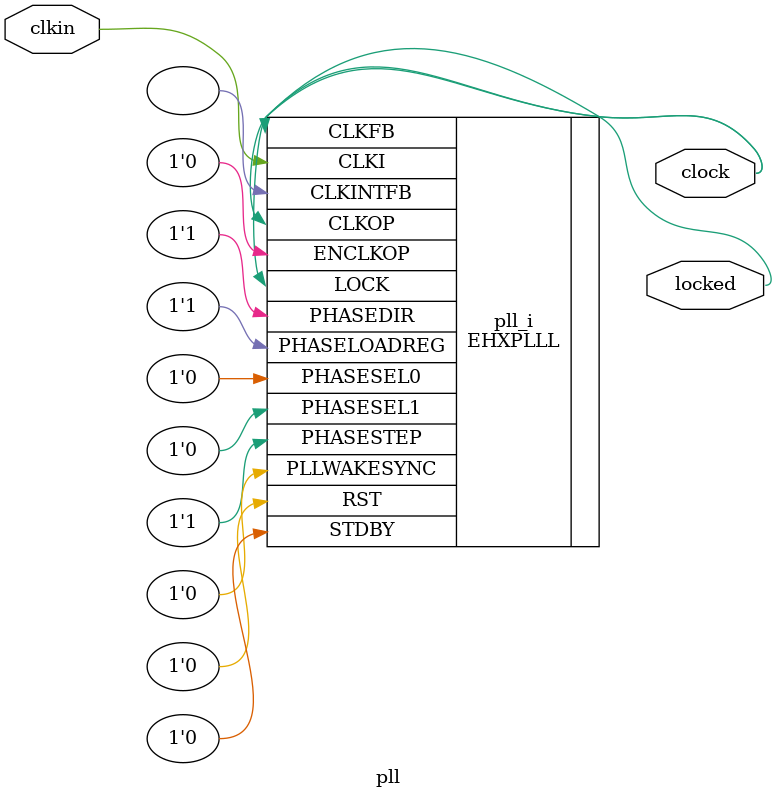
<source format=v>
module pll
(
    input clkin, // 25 MHz, 0 deg
    output clock, // 125 MHz, 0 deg
    output locked
);
(* FREQUENCY_PIN_CLKI="25" *)
(* FREQUENCY_PIN_CLKOP="125" *)
(* ICP_CURRENT="12" *) (* LPF_RESISTOR="8" *) (* MFG_ENABLE_FILTEROPAMP="1" *) (* MFG_GMCREF_SEL="2" *)
EHXPLLL #(
        .PLLRST_ENA("DISABLED"),
        .INTFB_WAKE("DISABLED"),
        .STDBY_ENABLE("DISABLED"),
        .DPHASE_SOURCE("DISABLED"),
        .OUTDIVIDER_MUXA("DIVA"),
        .OUTDIVIDER_MUXB("DIVB"),
        .OUTDIVIDER_MUXC("DIVC"),
        .OUTDIVIDER_MUXD("DIVD"),
        .CLKI_DIV(1),
        .CLKOP_ENABLE("ENABLED"),
        .CLKOP_DIV(5),
        .CLKOP_CPHASE(2),
        .CLKOP_FPHASE(0),
        .FEEDBK_PATH("CLKOP"),
        .CLKFB_DIV(5)
    ) pll_i (
        .RST(1'b0),
        .STDBY(1'b0),
        .CLKI(clkin),
        .CLKOP(clock),
        .CLKFB(clock),
        .CLKINTFB(),
        .PHASESEL0(1'b0),
        .PHASESEL1(1'b0),
        .PHASEDIR(1'b1),
        .PHASESTEP(1'b1),
        .PHASELOADREG(1'b1),
        .PLLWAKESYNC(1'b0),
        .ENCLKOP(1'b0),
        .LOCK(locked)
	);
endmodule

</source>
